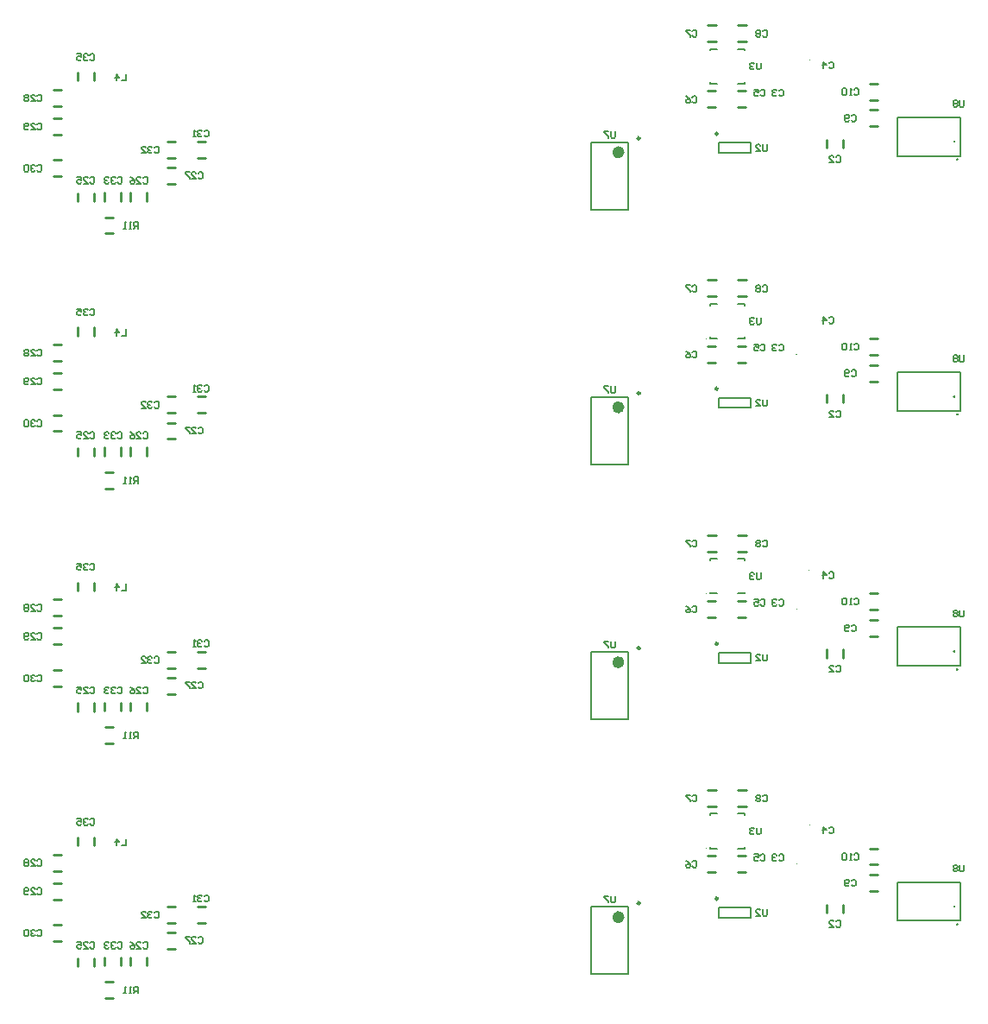
<source format=gbo>
G04*
G04 #@! TF.GenerationSoftware,Altium Limited,Altium Designer,21.0.9 (235)*
G04*
G04 Layer_Color=32896*
%FSLAX44Y44*%
%MOMM*%
G71*
G04*
G04 #@! TF.SameCoordinates,010FA0BD-CCEB-4461-B68A-2F08C8EAF3F4*
G04*
G04*
G04 #@! TF.FilePolarity,Positive*
G04*
G01*
G75*
%ADD10C,0.2000*%
%ADD11C,0.2540*%
%ADD47C,0.1270*%
%ADD71C,0.1000*%
%ADD72C,0.2500*%
%ADD127C,0.6000*%
D10*
X895500Y303543D02*
Y369543D01*
X858500Y303542D02*
Y369543D01*
X895500D01*
X858500Y303542D02*
X895500Y303543D01*
X984500Y359000D02*
Y369000D01*
X1015500Y359000D02*
Y369000D01*
X984500D02*
X1015500D01*
X984500Y359000D02*
X1015500D01*
X975650Y427000D02*
Y428500D01*
Y459500D02*
X975650Y461000D01*
X1009650Y427000D02*
Y428500D01*
Y459500D02*
Y461000D01*
X975650Y427000D02*
X982200Y427000D01*
X1003100Y427000D02*
X1009650Y427000D01*
X975650Y461000D02*
X982200D01*
X1003100D02*
X1009650D01*
X1207000Y394000D02*
X1221000D01*
X1159100Y386900D02*
Y394000D01*
Y356000D02*
Y386900D01*
X1221000Y356000D02*
Y394000D01*
X1159100D02*
X1207000D01*
X1159100Y356000D02*
X1221000D01*
X895500Y553543D02*
Y619543D01*
X858500Y553543D02*
Y619543D01*
X895500D01*
X858500Y553543D02*
X895500Y553543D01*
X984500Y609000D02*
Y619000D01*
X1015500Y609000D02*
Y619000D01*
X984500D02*
X1015500D01*
X984500Y609000D02*
X1015500D01*
X975650Y677000D02*
Y678500D01*
Y709500D02*
X975650Y711000D01*
X1009650Y677000D02*
Y678500D01*
Y709500D02*
Y711000D01*
X975650Y677000D02*
X982200Y677000D01*
X1003100Y677000D02*
X1009650Y677000D01*
X975650Y711000D02*
X982200D01*
X1003100D02*
X1009650D01*
X1207000Y644000D02*
X1221000D01*
X1159100Y636900D02*
Y644000D01*
Y606000D02*
Y636900D01*
X1221000Y606000D02*
Y644000D01*
X1159100D02*
X1207000D01*
X1159100Y606000D02*
X1221000D01*
X895500Y803543D02*
Y869543D01*
X858500Y803543D02*
Y869543D01*
X895500D01*
X858500Y803543D02*
X895500Y803543D01*
X984500Y859000D02*
Y869000D01*
X1015500Y859000D02*
Y869000D01*
X984500D02*
X1015500D01*
X984500Y859000D02*
X1015500D01*
X975650Y927000D02*
Y928500D01*
Y959500D02*
X975650Y961000D01*
X1009650Y927000D02*
Y928500D01*
Y959500D02*
Y961000D01*
X975650Y927000D02*
X982200Y927000D01*
X1003100Y927000D02*
X1009650Y927000D01*
X975650Y961000D02*
X982200D01*
X1003100D02*
X1009650D01*
X1207000Y894000D02*
X1221000D01*
X1159100Y886900D02*
Y894000D01*
Y856000D02*
Y886900D01*
X1221000Y856000D02*
Y894000D01*
X1159100D02*
X1207000D01*
X1159100Y856000D02*
X1221000D01*
X895500Y1053543D02*
Y1119543D01*
X858500Y1053543D02*
Y1119543D01*
X895500D01*
X858500Y1053543D02*
X895500Y1053543D01*
X984500Y1109000D02*
Y1119000D01*
X1015500Y1109000D02*
Y1119000D01*
X984500D02*
X1015500D01*
X984500Y1109000D02*
X1015500D01*
X975650Y1177000D02*
Y1178500D01*
Y1209500D02*
X975650Y1211000D01*
X1009650Y1177000D02*
Y1178500D01*
Y1209500D02*
Y1211000D01*
X975650Y1177000D02*
X982200Y1177000D01*
X1003100Y1177000D02*
X1009650Y1177000D01*
X975650Y1211000D02*
X982200D01*
X1003100D02*
X1009650D01*
X1207000Y1144000D02*
X1221000D01*
X1159100Y1136900D02*
Y1144000D01*
Y1106000D02*
Y1136900D01*
X1221000Y1106000D02*
Y1144000D01*
X1159100D02*
X1207000D01*
X1159100Y1106000D02*
X1221000D01*
D11*
X1218100Y352500D02*
G03*
X1218100Y352500I-100J0D01*
G01*
X1215100Y370000D02*
G03*
X1215100Y370000I-100J0D01*
G01*
X371000Y429793D02*
Y437793D01*
X355000Y429793D02*
Y437793D01*
Y311500D02*
Y319500D01*
X371000Y311500D02*
Y319500D01*
X397000Y312000D02*
Y320000D01*
X381000Y312000D02*
Y320000D01*
X406543Y312000D02*
Y320000D01*
X422543Y312000D02*
Y320000D01*
X1132000Y411000D02*
X1140000D01*
X1132000Y427000D02*
X1140000D01*
X1090000Y364000D02*
Y372000D01*
X1106000Y364000D02*
Y372000D01*
X1132000Y401000D02*
X1140000D01*
X1132000Y385000D02*
X1140000D01*
X1002543Y419707D02*
X1010543Y419707D01*
X1002543Y403708D02*
X1010543D01*
X973000Y403708D02*
X981000Y403708D01*
X973000Y419707D02*
X981000D01*
X1003000Y484293D02*
X1011000D01*
X1003000Y468293D02*
X1011000Y468293D01*
X973457D02*
X981457Y468293D01*
X973457Y484293D02*
X981457D01*
X382000Y295958D02*
X390000D01*
X382000Y279958D02*
X390000D01*
X331000Y377000D02*
X339000D01*
X331000Y393000D02*
X339000Y393000D01*
X331000Y336000D02*
X339000D01*
X331000Y352000D02*
X339000D01*
X472543Y370000D02*
X480543D01*
X472543Y354000D02*
X480543D01*
X443000D02*
X451000D01*
X443000Y370000D02*
X451000D01*
X443000Y344458D02*
X451000D01*
X443000Y328458D02*
X451000D01*
X331000Y405000D02*
X339000D01*
X331000Y421000D02*
X339000D01*
X1218100Y602500D02*
G03*
X1218100Y602500I-100J0D01*
G01*
X1215100Y620000D02*
G03*
X1215100Y620000I-100J0D01*
G01*
X371000Y679793D02*
Y687793D01*
X355000Y679793D02*
Y687793D01*
Y561500D02*
Y569500D01*
X371000Y561500D02*
Y569500D01*
X397000Y562000D02*
Y570000D01*
X381000Y562000D02*
Y570000D01*
X406543Y562000D02*
Y570000D01*
X422543Y562000D02*
Y570000D01*
X1132000Y661000D02*
X1140000D01*
X1132000Y677000D02*
X1140000D01*
X1090000Y614000D02*
Y622000D01*
X1106000Y614000D02*
Y622000D01*
X1132000Y651000D02*
X1140000D01*
X1132000Y635000D02*
X1140000D01*
X1002543Y669708D02*
X1010543Y669708D01*
X1002543Y653708D02*
X1010543D01*
X973000Y653708D02*
X981000Y653708D01*
X973000Y669708D02*
X981000D01*
X1003000Y734293D02*
X1011000D01*
X1003000Y718293D02*
X1011000Y718293D01*
X973457D02*
X981457Y718293D01*
X973457Y734293D02*
X981457D01*
X382000Y545958D02*
X390000D01*
X382000Y529958D02*
X390000D01*
X331000Y627000D02*
X339000D01*
X331000Y643000D02*
X339000Y643000D01*
X331000Y586000D02*
X339000D01*
X331000Y602000D02*
X339000D01*
X472543Y620000D02*
X480543D01*
X472543Y604000D02*
X480543D01*
X443000D02*
X451000D01*
X443000Y620000D02*
X451000D01*
X443000Y594458D02*
X451000D01*
X443000Y578458D02*
X451000D01*
X331000Y655000D02*
X339000D01*
X331000Y671000D02*
X339000D01*
X1218100Y852500D02*
G03*
X1218100Y852500I-100J0D01*
G01*
X1215100Y870000D02*
G03*
X1215100Y870000I-100J0D01*
G01*
X371000Y929793D02*
Y937793D01*
X355000Y929793D02*
Y937793D01*
Y811500D02*
Y819500D01*
X371000Y811500D02*
Y819500D01*
X397000Y812000D02*
Y820000D01*
X381000Y812000D02*
Y820000D01*
X406543Y812000D02*
Y820000D01*
X422543Y812000D02*
Y820000D01*
X1132000Y911000D02*
X1140000D01*
X1132000Y927000D02*
X1140000D01*
X1090000Y864000D02*
Y872000D01*
X1106000Y864000D02*
Y872000D01*
X1132000Y901000D02*
X1140000D01*
X1132000Y885000D02*
X1140000D01*
X1002543Y919708D02*
X1010543Y919708D01*
X1002543Y903708D02*
X1010543D01*
X973000Y903708D02*
X981000Y903708D01*
X973000Y919708D02*
X981000D01*
X1003000Y984293D02*
X1011000D01*
X1003000Y968293D02*
X1011000Y968293D01*
X973457D02*
X981457Y968293D01*
X973457Y984293D02*
X981457D01*
X382000Y795958D02*
X390000D01*
X382000Y779958D02*
X390000D01*
X331000Y877000D02*
X339000D01*
X331000Y893000D02*
X339000Y893000D01*
X331000Y836000D02*
X339000D01*
X331000Y852000D02*
X339000D01*
X472543Y870000D02*
X480543D01*
X472543Y854000D02*
X480543D01*
X443000D02*
X451000D01*
X443000Y870000D02*
X451000D01*
X443000Y844458D02*
X451000D01*
X443000Y828458D02*
X451000D01*
X331000Y905000D02*
X339000D01*
X331000Y921000D02*
X339000D01*
X1218100Y1102500D02*
G03*
X1218100Y1102500I-100J0D01*
G01*
X1215100Y1120000D02*
G03*
X1215100Y1120000I-100J0D01*
G01*
X371000Y1179793D02*
Y1187793D01*
X355000Y1179793D02*
Y1187793D01*
Y1061500D02*
Y1069500D01*
X371000Y1061500D02*
Y1069500D01*
X397000Y1062000D02*
Y1070000D01*
X381000Y1062000D02*
Y1070000D01*
X406543Y1062000D02*
Y1070000D01*
X422543Y1062000D02*
Y1070000D01*
X1132000Y1161000D02*
X1140000D01*
X1132000Y1177000D02*
X1140000D01*
X1090000Y1114000D02*
Y1122000D01*
X1106000Y1114000D02*
Y1122000D01*
X1132000Y1151000D02*
X1140000D01*
X1132000Y1135000D02*
X1140000D01*
X1002543Y1169708D02*
X1010543Y1169708D01*
X1002543Y1153708D02*
X1010543D01*
X973000Y1153708D02*
X981000Y1153708D01*
X973000Y1169708D02*
X981000D01*
X1003000Y1234293D02*
X1011000D01*
X1003000Y1218293D02*
X1011000Y1218293D01*
X973457D02*
X981457Y1218293D01*
X973457Y1234293D02*
X981457D01*
X382000Y1045958D02*
X390000D01*
X382000Y1029958D02*
X390000D01*
X331000Y1127000D02*
X339000D01*
X331000Y1143000D02*
X339000Y1143000D01*
X331000Y1086000D02*
X339000D01*
X331000Y1102000D02*
X339000D01*
X472543Y1120000D02*
X480543D01*
X472543Y1104000D02*
X480543D01*
X443000D02*
X451000D01*
X443000Y1120000D02*
X451000D01*
X443000Y1094458D02*
X451000D01*
X443000Y1078458D02*
X451000D01*
X331000Y1155000D02*
X339000D01*
X331000Y1171000D02*
X339000D01*
D47*
X1224724Y410652D02*
Y405362D01*
X1223666Y404304D01*
X1221550D01*
X1220492Y405362D01*
Y410652D01*
X1218376Y409594D02*
X1217318Y410652D01*
X1215202D01*
X1214144Y409594D01*
Y408536D01*
X1215202Y407478D01*
X1214144Y406420D01*
Y405362D01*
X1215202Y404304D01*
X1217318D01*
X1218376Y405362D01*
Y406420D01*
X1217318Y407478D01*
X1218376Y408536D01*
Y409594D01*
X1217318Y407478D02*
X1215202D01*
X882290Y380174D02*
Y374884D01*
X881232Y373826D01*
X879116D01*
X878058Y374884D01*
Y380174D01*
X875942D02*
X871710D01*
Y379116D01*
X875942Y374884D01*
Y373826D01*
X1025290Y447174D02*
Y441884D01*
X1024232Y440826D01*
X1022116D01*
X1021058Y441884D01*
Y447174D01*
X1018942Y446116D02*
X1017884Y447174D01*
X1015768D01*
X1014710Y446116D01*
Y445058D01*
X1015768Y444000D01*
X1016826D01*
X1015768D01*
X1014710Y442942D01*
Y441884D01*
X1015768Y440826D01*
X1017884D01*
X1018942Y441884D01*
X1031290Y367174D02*
Y361884D01*
X1030232Y360826D01*
X1028116D01*
X1027058Y361884D01*
Y367174D01*
X1020710Y360826D02*
X1024942D01*
X1020710Y365058D01*
Y366116D01*
X1021768Y367174D01*
X1023884D01*
X1024942Y366116D01*
X413877Y284826D02*
Y291174D01*
X410703D01*
X409645Y290116D01*
Y288000D01*
X410703Y286942D01*
X413877D01*
X411761D02*
X409645Y284826D01*
X407529D02*
X405413D01*
X406471D01*
Y291174D01*
X407529Y290116D01*
X402239Y284826D02*
X400123D01*
X401181D01*
Y291174D01*
X402239Y290116D01*
X402290Y436174D02*
Y429826D01*
X398058D01*
X392768D02*
Y436174D01*
X395942Y433000D01*
X391710D01*
X367232Y455116D02*
X368290Y456174D01*
X370406D01*
X371464Y455116D01*
Y450884D01*
X370406Y449826D01*
X368290D01*
X367232Y450884D01*
X365116Y455116D02*
X364058Y456174D01*
X361942D01*
X360884Y455116D01*
Y454058D01*
X361942Y453000D01*
X363000D01*
X361942D01*
X360884Y451942D01*
Y450884D01*
X361942Y449826D01*
X364058D01*
X365116Y450884D01*
X354536Y456174D02*
X358768D01*
Y453000D01*
X356652Y454058D01*
X355594D01*
X354536Y453000D01*
Y450884D01*
X355594Y449826D01*
X357710D01*
X358768Y450884D01*
X394232Y334116D02*
X395290Y335174D01*
X397406D01*
X398464Y334116D01*
Y329884D01*
X397406Y328826D01*
X395290D01*
X394232Y329884D01*
X392116Y334116D02*
X391058Y335174D01*
X388942D01*
X387884Y334116D01*
Y333058D01*
X388942Y332000D01*
X390000D01*
X388942D01*
X387884Y330942D01*
Y329884D01*
X388942Y328826D01*
X391058D01*
X392116Y329884D01*
X385768Y334116D02*
X384710Y335174D01*
X382594D01*
X381536Y334116D01*
Y333058D01*
X382594Y332000D01*
X383652D01*
X382594D01*
X381536Y330942D01*
Y329884D01*
X382594Y328826D01*
X384710D01*
X385768Y329884D01*
X430232Y364116D02*
X431290Y365174D01*
X433406D01*
X434464Y364116D01*
Y359884D01*
X433406Y358826D01*
X431290D01*
X430232Y359884D01*
X428116Y364116D02*
X427058Y365174D01*
X424942D01*
X423884Y364116D01*
Y363058D01*
X424942Y362000D01*
X426000D01*
X424942D01*
X423884Y360942D01*
Y359884D01*
X424942Y358826D01*
X427058D01*
X428116Y359884D01*
X417536Y358826D02*
X421768D01*
X417536Y363058D01*
Y364116D01*
X418594Y365174D01*
X420710D01*
X421768Y364116D01*
X479174Y380116D02*
X480232Y381174D01*
X482348D01*
X483406Y380116D01*
Y375884D01*
X482348Y374826D01*
X480232D01*
X479174Y375884D01*
X477058Y380116D02*
X476000Y381174D01*
X473884D01*
X472826Y380116D01*
Y379058D01*
X473884Y378000D01*
X474942D01*
X473884D01*
X472826Y376942D01*
Y375884D01*
X473884Y374826D01*
X476000D01*
X477058Y375884D01*
X470710Y374826D02*
X468594D01*
X469652D01*
Y381174D01*
X470710Y380116D01*
X315232Y346116D02*
X316290Y347174D01*
X318406D01*
X319464Y346116D01*
Y341884D01*
X318406Y340826D01*
X316290D01*
X315232Y341884D01*
X313116Y346116D02*
X312058Y347174D01*
X309942D01*
X308884Y346116D01*
Y345058D01*
X309942Y344000D01*
X311000D01*
X309942D01*
X308884Y342942D01*
Y341884D01*
X309942Y340826D01*
X312058D01*
X313116Y341884D01*
X306768Y346116D02*
X305710Y347174D01*
X303594D01*
X302536Y346116D01*
Y341884D01*
X303594Y340826D01*
X305710D01*
X306768Y341884D01*
Y346116D01*
X315232Y387116D02*
X316290Y388174D01*
X318406D01*
X319464Y387116D01*
Y382884D01*
X318406Y381826D01*
X316290D01*
X315232Y382884D01*
X308884Y381826D02*
X313116D01*
X308884Y386058D01*
Y387116D01*
X309942Y388174D01*
X312058D01*
X313116Y387116D01*
X306768Y382884D02*
X305710Y381826D01*
X303594D01*
X302536Y382884D01*
Y387116D01*
X303594Y388174D01*
X305710D01*
X306768Y387116D01*
Y386058D01*
X305710Y385000D01*
X302536D01*
X315232Y415116D02*
X316290Y416174D01*
X318406D01*
X319464Y415116D01*
Y410884D01*
X318406Y409826D01*
X316290D01*
X315232Y410884D01*
X308884Y409826D02*
X313116D01*
X308884Y414058D01*
Y415116D01*
X309942Y416174D01*
X312058D01*
X313116Y415116D01*
X306768D02*
X305710Y416174D01*
X303594D01*
X302536Y415116D01*
Y414058D01*
X303594Y413000D01*
X302536Y411942D01*
Y410884D01*
X303594Y409826D01*
X305710D01*
X306768Y410884D01*
Y411942D01*
X305710Y413000D01*
X306768Y414058D01*
Y415116D01*
X305710Y413000D02*
X303594D01*
X473232Y339116D02*
X474290Y340174D01*
X476406D01*
X477464Y339116D01*
Y334884D01*
X476406Y333826D01*
X474290D01*
X473232Y334884D01*
X466884Y333826D02*
X471116D01*
X466884Y338058D01*
Y339116D01*
X467942Y340174D01*
X470058D01*
X471116Y339116D01*
X464768Y340174D02*
X460536D01*
Y339116D01*
X464768Y334884D01*
Y333826D01*
X419232Y334116D02*
X420290Y335174D01*
X422406D01*
X423464Y334116D01*
Y329884D01*
X422406Y328826D01*
X420290D01*
X419232Y329884D01*
X412884Y328826D02*
X417116D01*
X412884Y333058D01*
Y334116D01*
X413942Y335174D01*
X416058D01*
X417116Y334116D01*
X406536Y335174D02*
X408652Y334116D01*
X410768Y332000D01*
Y329884D01*
X409710Y328826D01*
X407594D01*
X406536Y329884D01*
Y330942D01*
X407594Y332000D01*
X410768D01*
X367232Y334116D02*
X368290Y335174D01*
X370406D01*
X371464Y334116D01*
Y329884D01*
X370406Y328826D01*
X368290D01*
X367232Y329884D01*
X360884Y328826D02*
X365116D01*
X360884Y333058D01*
Y334116D01*
X361942Y335174D01*
X364058D01*
X365116Y334116D01*
X354536Y335174D02*
X358768D01*
Y332000D01*
X356652Y333058D01*
X355594D01*
X354536Y332000D01*
Y329884D01*
X355594Y328826D01*
X357710D01*
X358768Y329884D01*
X1116703Y421116D02*
X1117761Y422174D01*
X1119877D01*
X1120935Y421116D01*
Y416884D01*
X1119877Y415826D01*
X1117761D01*
X1116703Y416884D01*
X1114587Y415826D02*
X1112471D01*
X1113529D01*
Y422174D01*
X1114587Y421116D01*
X1109297D02*
X1108239Y422174D01*
X1106123D01*
X1105065Y421116D01*
Y416884D01*
X1106123Y415826D01*
X1108239D01*
X1109297Y416884D01*
Y421116D01*
X1114058Y395116D02*
X1115116Y396174D01*
X1117232D01*
X1118290Y395116D01*
Y390884D01*
X1117232Y389826D01*
X1115116D01*
X1114058Y390884D01*
X1111942D02*
X1110884Y389826D01*
X1108768D01*
X1107710Y390884D01*
Y395116D01*
X1108768Y396174D01*
X1110884D01*
X1111942Y395116D01*
Y394058D01*
X1110884Y393000D01*
X1107710D01*
X1027058Y478116D02*
X1028116Y479174D01*
X1030232D01*
X1031290Y478116D01*
Y473884D01*
X1030232Y472826D01*
X1028116D01*
X1027058Y473884D01*
X1024942Y478116D02*
X1023884Y479174D01*
X1021768D01*
X1020710Y478116D01*
Y477058D01*
X1021768Y476000D01*
X1020710Y474942D01*
Y473884D01*
X1021768Y472826D01*
X1023884D01*
X1024942Y473884D01*
Y474942D01*
X1023884Y476000D01*
X1024942Y477058D01*
Y478116D01*
X1023884Y476000D02*
X1021768D01*
X958058Y478116D02*
X959116Y479174D01*
X961232D01*
X962290Y478116D01*
Y473884D01*
X961232Y472826D01*
X959116D01*
X958058Y473884D01*
X955942Y479174D02*
X951710D01*
Y478116D01*
X955942Y473884D01*
Y472826D01*
X958058Y413531D02*
X959116Y414589D01*
X961232D01*
X962290Y413531D01*
Y409299D01*
X961232Y408241D01*
X959116D01*
X958058Y409299D01*
X951710Y414589D02*
X953826Y413531D01*
X955942Y411415D01*
Y409299D01*
X954884Y408241D01*
X952768D01*
X951710Y409299D01*
Y410357D01*
X952768Y411415D01*
X955942D01*
X1025058Y420116D02*
X1026116Y421174D01*
X1028232D01*
X1029290Y420116D01*
Y415884D01*
X1028232Y414826D01*
X1026116D01*
X1025058Y415884D01*
X1018710Y421174D02*
X1022942D01*
Y418000D01*
X1020826Y419058D01*
X1019768D01*
X1018710Y418000D01*
Y415884D01*
X1019768Y414826D01*
X1021884D01*
X1022942Y415884D01*
X1092058Y447116D02*
X1093116Y448174D01*
X1095232D01*
X1096290Y447116D01*
Y442884D01*
X1095232Y441826D01*
X1093116D01*
X1092058Y442884D01*
X1086768Y441826D02*
Y448174D01*
X1089942Y445000D01*
X1085710D01*
X1043058Y420116D02*
X1044116Y421174D01*
X1046232D01*
X1047290Y420116D01*
Y415884D01*
X1046232Y414826D01*
X1044116D01*
X1043058Y415884D01*
X1040942Y420116D02*
X1039884Y421174D01*
X1037768D01*
X1036710Y420116D01*
Y419058D01*
X1037768Y418000D01*
X1038826D01*
X1037768D01*
X1036710Y416942D01*
Y415884D01*
X1037768Y414826D01*
X1039884D01*
X1040942Y415884D01*
X1099058Y355116D02*
X1100116Y356174D01*
X1102232D01*
X1103290Y355116D01*
Y350884D01*
X1102232Y349826D01*
X1100116D01*
X1099058Y350884D01*
X1092710Y349826D02*
X1096942D01*
X1092710Y354058D01*
Y355116D01*
X1093768Y356174D01*
X1095884D01*
X1096942Y355116D01*
X1224724Y660652D02*
Y655362D01*
X1223666Y654304D01*
X1221550D01*
X1220492Y655362D01*
Y660652D01*
X1218376Y659594D02*
X1217318Y660652D01*
X1215202D01*
X1214144Y659594D01*
Y658536D01*
X1215202Y657478D01*
X1214144Y656420D01*
Y655362D01*
X1215202Y654304D01*
X1217318D01*
X1218376Y655362D01*
Y656420D01*
X1217318Y657478D01*
X1218376Y658536D01*
Y659594D01*
X1217318Y657478D02*
X1215202D01*
X882290Y630174D02*
Y624884D01*
X881232Y623826D01*
X879116D01*
X878058Y624884D01*
Y630174D01*
X875942D02*
X871710D01*
Y629116D01*
X875942Y624884D01*
Y623826D01*
X1025290Y697174D02*
Y691884D01*
X1024232Y690826D01*
X1022116D01*
X1021058Y691884D01*
Y697174D01*
X1018942Y696116D02*
X1017884Y697174D01*
X1015768D01*
X1014710Y696116D01*
Y695058D01*
X1015768Y694000D01*
X1016826D01*
X1015768D01*
X1014710Y692942D01*
Y691884D01*
X1015768Y690826D01*
X1017884D01*
X1018942Y691884D01*
X1031290Y617174D02*
Y611884D01*
X1030232Y610826D01*
X1028116D01*
X1027058Y611884D01*
Y617174D01*
X1020710Y610826D02*
X1024942D01*
X1020710Y615058D01*
Y616116D01*
X1021768Y617174D01*
X1023884D01*
X1024942Y616116D01*
X413877Y534826D02*
Y541174D01*
X410703D01*
X409645Y540116D01*
Y538000D01*
X410703Y536942D01*
X413877D01*
X411761D02*
X409645Y534826D01*
X407529D02*
X405413D01*
X406471D01*
Y541174D01*
X407529Y540116D01*
X402239Y534826D02*
X400123D01*
X401181D01*
Y541174D01*
X402239Y540116D01*
X402290Y686174D02*
Y679826D01*
X398058D01*
X392768D02*
Y686174D01*
X395942Y683000D01*
X391710D01*
X367232Y705116D02*
X368290Y706174D01*
X370406D01*
X371464Y705116D01*
Y700884D01*
X370406Y699826D01*
X368290D01*
X367232Y700884D01*
X365116Y705116D02*
X364058Y706174D01*
X361942D01*
X360884Y705116D01*
Y704058D01*
X361942Y703000D01*
X363000D01*
X361942D01*
X360884Y701942D01*
Y700884D01*
X361942Y699826D01*
X364058D01*
X365116Y700884D01*
X354536Y706174D02*
X358768D01*
Y703000D01*
X356652Y704058D01*
X355594D01*
X354536Y703000D01*
Y700884D01*
X355594Y699826D01*
X357710D01*
X358768Y700884D01*
X394232Y584116D02*
X395290Y585174D01*
X397406D01*
X398464Y584116D01*
Y579884D01*
X397406Y578826D01*
X395290D01*
X394232Y579884D01*
X392116Y584116D02*
X391058Y585174D01*
X388942D01*
X387884Y584116D01*
Y583058D01*
X388942Y582000D01*
X390000D01*
X388942D01*
X387884Y580942D01*
Y579884D01*
X388942Y578826D01*
X391058D01*
X392116Y579884D01*
X385768Y584116D02*
X384710Y585174D01*
X382594D01*
X381536Y584116D01*
Y583058D01*
X382594Y582000D01*
X383652D01*
X382594D01*
X381536Y580942D01*
Y579884D01*
X382594Y578826D01*
X384710D01*
X385768Y579884D01*
X430232Y614116D02*
X431290Y615174D01*
X433406D01*
X434464Y614116D01*
Y609884D01*
X433406Y608826D01*
X431290D01*
X430232Y609884D01*
X428116Y614116D02*
X427058Y615174D01*
X424942D01*
X423884Y614116D01*
Y613058D01*
X424942Y612000D01*
X426000D01*
X424942D01*
X423884Y610942D01*
Y609884D01*
X424942Y608826D01*
X427058D01*
X428116Y609884D01*
X417536Y608826D02*
X421768D01*
X417536Y613058D01*
Y614116D01*
X418594Y615174D01*
X420710D01*
X421768Y614116D01*
X479174Y630116D02*
X480232Y631174D01*
X482348D01*
X483406Y630116D01*
Y625884D01*
X482348Y624826D01*
X480232D01*
X479174Y625884D01*
X477058Y630116D02*
X476000Y631174D01*
X473884D01*
X472826Y630116D01*
Y629058D01*
X473884Y628000D01*
X474942D01*
X473884D01*
X472826Y626942D01*
Y625884D01*
X473884Y624826D01*
X476000D01*
X477058Y625884D01*
X470710Y624826D02*
X468594D01*
X469652D01*
Y631174D01*
X470710Y630116D01*
X315232Y596116D02*
X316290Y597174D01*
X318406D01*
X319464Y596116D01*
Y591884D01*
X318406Y590826D01*
X316290D01*
X315232Y591884D01*
X313116Y596116D02*
X312058Y597174D01*
X309942D01*
X308884Y596116D01*
Y595058D01*
X309942Y594000D01*
X311000D01*
X309942D01*
X308884Y592942D01*
Y591884D01*
X309942Y590826D01*
X312058D01*
X313116Y591884D01*
X306768Y596116D02*
X305710Y597174D01*
X303594D01*
X302536Y596116D01*
Y591884D01*
X303594Y590826D01*
X305710D01*
X306768Y591884D01*
Y596116D01*
X315232Y637116D02*
X316290Y638174D01*
X318406D01*
X319464Y637116D01*
Y632884D01*
X318406Y631826D01*
X316290D01*
X315232Y632884D01*
X308884Y631826D02*
X313116D01*
X308884Y636058D01*
Y637116D01*
X309942Y638174D01*
X312058D01*
X313116Y637116D01*
X306768Y632884D02*
X305710Y631826D01*
X303594D01*
X302536Y632884D01*
Y637116D01*
X303594Y638174D01*
X305710D01*
X306768Y637116D01*
Y636058D01*
X305710Y635000D01*
X302536D01*
X315232Y665116D02*
X316290Y666174D01*
X318406D01*
X319464Y665116D01*
Y660884D01*
X318406Y659826D01*
X316290D01*
X315232Y660884D01*
X308884Y659826D02*
X313116D01*
X308884Y664058D01*
Y665116D01*
X309942Y666174D01*
X312058D01*
X313116Y665116D01*
X306768D02*
X305710Y666174D01*
X303594D01*
X302536Y665116D01*
Y664058D01*
X303594Y663000D01*
X302536Y661942D01*
Y660884D01*
X303594Y659826D01*
X305710D01*
X306768Y660884D01*
Y661942D01*
X305710Y663000D01*
X306768Y664058D01*
Y665116D01*
X305710Y663000D02*
X303594D01*
X473232Y589116D02*
X474290Y590174D01*
X476406D01*
X477464Y589116D01*
Y584884D01*
X476406Y583826D01*
X474290D01*
X473232Y584884D01*
X466884Y583826D02*
X471116D01*
X466884Y588058D01*
Y589116D01*
X467942Y590174D01*
X470058D01*
X471116Y589116D01*
X464768Y590174D02*
X460536D01*
Y589116D01*
X464768Y584884D01*
Y583826D01*
X419232Y584116D02*
X420290Y585174D01*
X422406D01*
X423464Y584116D01*
Y579884D01*
X422406Y578826D01*
X420290D01*
X419232Y579884D01*
X412884Y578826D02*
X417116D01*
X412884Y583058D01*
Y584116D01*
X413942Y585174D01*
X416058D01*
X417116Y584116D01*
X406536Y585174D02*
X408652Y584116D01*
X410768Y582000D01*
Y579884D01*
X409710Y578826D01*
X407594D01*
X406536Y579884D01*
Y580942D01*
X407594Y582000D01*
X410768D01*
X367232Y584116D02*
X368290Y585174D01*
X370406D01*
X371464Y584116D01*
Y579884D01*
X370406Y578826D01*
X368290D01*
X367232Y579884D01*
X360884Y578826D02*
X365116D01*
X360884Y583058D01*
Y584116D01*
X361942Y585174D01*
X364058D01*
X365116Y584116D01*
X354536Y585174D02*
X358768D01*
Y582000D01*
X356652Y583058D01*
X355594D01*
X354536Y582000D01*
Y579884D01*
X355594Y578826D01*
X357710D01*
X358768Y579884D01*
X1116703Y671116D02*
X1117761Y672174D01*
X1119877D01*
X1120935Y671116D01*
Y666884D01*
X1119877Y665826D01*
X1117761D01*
X1116703Y666884D01*
X1114587Y665826D02*
X1112471D01*
X1113529D01*
Y672174D01*
X1114587Y671116D01*
X1109297D02*
X1108239Y672174D01*
X1106123D01*
X1105065Y671116D01*
Y666884D01*
X1106123Y665826D01*
X1108239D01*
X1109297Y666884D01*
Y671116D01*
X1114058Y645116D02*
X1115116Y646174D01*
X1117232D01*
X1118290Y645116D01*
Y640884D01*
X1117232Y639826D01*
X1115116D01*
X1114058Y640884D01*
X1111942D02*
X1110884Y639826D01*
X1108768D01*
X1107710Y640884D01*
Y645116D01*
X1108768Y646174D01*
X1110884D01*
X1111942Y645116D01*
Y644058D01*
X1110884Y643000D01*
X1107710D01*
X1027058Y728116D02*
X1028116Y729174D01*
X1030232D01*
X1031290Y728116D01*
Y723884D01*
X1030232Y722826D01*
X1028116D01*
X1027058Y723884D01*
X1024942Y728116D02*
X1023884Y729174D01*
X1021768D01*
X1020710Y728116D01*
Y727058D01*
X1021768Y726000D01*
X1020710Y724942D01*
Y723884D01*
X1021768Y722826D01*
X1023884D01*
X1024942Y723884D01*
Y724942D01*
X1023884Y726000D01*
X1024942Y727058D01*
Y728116D01*
X1023884Y726000D02*
X1021768D01*
X958058Y728116D02*
X959116Y729174D01*
X961232D01*
X962290Y728116D01*
Y723884D01*
X961232Y722826D01*
X959116D01*
X958058Y723884D01*
X955942Y729174D02*
X951710D01*
Y728116D01*
X955942Y723884D01*
Y722826D01*
X958058Y663531D02*
X959116Y664589D01*
X961232D01*
X962290Y663531D01*
Y659299D01*
X961232Y658241D01*
X959116D01*
X958058Y659299D01*
X951710Y664589D02*
X953826Y663531D01*
X955942Y661415D01*
Y659299D01*
X954884Y658241D01*
X952768D01*
X951710Y659299D01*
Y660357D01*
X952768Y661415D01*
X955942D01*
X1025058Y670116D02*
X1026116Y671174D01*
X1028232D01*
X1029290Y670116D01*
Y665884D01*
X1028232Y664826D01*
X1026116D01*
X1025058Y665884D01*
X1018710Y671174D02*
X1022942D01*
Y668000D01*
X1020826Y669058D01*
X1019768D01*
X1018710Y668000D01*
Y665884D01*
X1019768Y664826D01*
X1021884D01*
X1022942Y665884D01*
X1092058Y697116D02*
X1093116Y698174D01*
X1095232D01*
X1096290Y697116D01*
Y692884D01*
X1095232Y691826D01*
X1093116D01*
X1092058Y692884D01*
X1086768Y691826D02*
Y698174D01*
X1089942Y695000D01*
X1085710D01*
X1043058Y670116D02*
X1044116Y671174D01*
X1046232D01*
X1047290Y670116D01*
Y665884D01*
X1046232Y664826D01*
X1044116D01*
X1043058Y665884D01*
X1040942Y670116D02*
X1039884Y671174D01*
X1037768D01*
X1036710Y670116D01*
Y669058D01*
X1037768Y668000D01*
X1038826D01*
X1037768D01*
X1036710Y666942D01*
Y665884D01*
X1037768Y664826D01*
X1039884D01*
X1040942Y665884D01*
X1099058Y605116D02*
X1100116Y606174D01*
X1102232D01*
X1103290Y605116D01*
Y600884D01*
X1102232Y599826D01*
X1100116D01*
X1099058Y600884D01*
X1092710Y599826D02*
X1096942D01*
X1092710Y604058D01*
Y605116D01*
X1093768Y606174D01*
X1095884D01*
X1096942Y605116D01*
X1224724Y910652D02*
Y905362D01*
X1223666Y904304D01*
X1221550D01*
X1220492Y905362D01*
Y910652D01*
X1218376Y909594D02*
X1217318Y910652D01*
X1215202D01*
X1214144Y909594D01*
Y908536D01*
X1215202Y907478D01*
X1214144Y906420D01*
Y905362D01*
X1215202Y904304D01*
X1217318D01*
X1218376Y905362D01*
Y906420D01*
X1217318Y907478D01*
X1218376Y908536D01*
Y909594D01*
X1217318Y907478D02*
X1215202D01*
X882290Y880174D02*
Y874884D01*
X881232Y873826D01*
X879116D01*
X878058Y874884D01*
Y880174D01*
X875942D02*
X871710D01*
Y879116D01*
X875942Y874884D01*
Y873826D01*
X1025290Y947174D02*
Y941884D01*
X1024232Y940826D01*
X1022116D01*
X1021058Y941884D01*
Y947174D01*
X1018942Y946116D02*
X1017884Y947174D01*
X1015768D01*
X1014710Y946116D01*
Y945058D01*
X1015768Y944000D01*
X1016826D01*
X1015768D01*
X1014710Y942942D01*
Y941884D01*
X1015768Y940826D01*
X1017884D01*
X1018942Y941884D01*
X1031290Y867174D02*
Y861884D01*
X1030232Y860826D01*
X1028116D01*
X1027058Y861884D01*
Y867174D01*
X1020710Y860826D02*
X1024942D01*
X1020710Y865058D01*
Y866116D01*
X1021768Y867174D01*
X1023884D01*
X1024942Y866116D01*
X413877Y784826D02*
Y791174D01*
X410703D01*
X409645Y790116D01*
Y788000D01*
X410703Y786942D01*
X413877D01*
X411761D02*
X409645Y784826D01*
X407529D02*
X405413D01*
X406471D01*
Y791174D01*
X407529Y790116D01*
X402239Y784826D02*
X400123D01*
X401181D01*
Y791174D01*
X402239Y790116D01*
X402290Y936174D02*
Y929826D01*
X398058D01*
X392768D02*
Y936174D01*
X395942Y933000D01*
X391710D01*
X367232Y955116D02*
X368290Y956174D01*
X370406D01*
X371464Y955116D01*
Y950884D01*
X370406Y949826D01*
X368290D01*
X367232Y950884D01*
X365116Y955116D02*
X364058Y956174D01*
X361942D01*
X360884Y955116D01*
Y954058D01*
X361942Y953000D01*
X363000D01*
X361942D01*
X360884Y951942D01*
Y950884D01*
X361942Y949826D01*
X364058D01*
X365116Y950884D01*
X354536Y956174D02*
X358768D01*
Y953000D01*
X356652Y954058D01*
X355594D01*
X354536Y953000D01*
Y950884D01*
X355594Y949826D01*
X357710D01*
X358768Y950884D01*
X394232Y834116D02*
X395290Y835174D01*
X397406D01*
X398464Y834116D01*
Y829884D01*
X397406Y828826D01*
X395290D01*
X394232Y829884D01*
X392116Y834116D02*
X391058Y835174D01*
X388942D01*
X387884Y834116D01*
Y833058D01*
X388942Y832000D01*
X390000D01*
X388942D01*
X387884Y830942D01*
Y829884D01*
X388942Y828826D01*
X391058D01*
X392116Y829884D01*
X385768Y834116D02*
X384710Y835174D01*
X382594D01*
X381536Y834116D01*
Y833058D01*
X382594Y832000D01*
X383652D01*
X382594D01*
X381536Y830942D01*
Y829884D01*
X382594Y828826D01*
X384710D01*
X385768Y829884D01*
X430232Y864116D02*
X431290Y865174D01*
X433406D01*
X434464Y864116D01*
Y859884D01*
X433406Y858826D01*
X431290D01*
X430232Y859884D01*
X428116Y864116D02*
X427058Y865174D01*
X424942D01*
X423884Y864116D01*
Y863058D01*
X424942Y862000D01*
X426000D01*
X424942D01*
X423884Y860942D01*
Y859884D01*
X424942Y858826D01*
X427058D01*
X428116Y859884D01*
X417536Y858826D02*
X421768D01*
X417536Y863058D01*
Y864116D01*
X418594Y865174D01*
X420710D01*
X421768Y864116D01*
X479174Y880116D02*
X480232Y881174D01*
X482348D01*
X483406Y880116D01*
Y875884D01*
X482348Y874826D01*
X480232D01*
X479174Y875884D01*
X477058Y880116D02*
X476000Y881174D01*
X473884D01*
X472826Y880116D01*
Y879058D01*
X473884Y878000D01*
X474942D01*
X473884D01*
X472826Y876942D01*
Y875884D01*
X473884Y874826D01*
X476000D01*
X477058Y875884D01*
X470710Y874826D02*
X468594D01*
X469652D01*
Y881174D01*
X470710Y880116D01*
X315232Y846116D02*
X316290Y847174D01*
X318406D01*
X319464Y846116D01*
Y841884D01*
X318406Y840826D01*
X316290D01*
X315232Y841884D01*
X313116Y846116D02*
X312058Y847174D01*
X309942D01*
X308884Y846116D01*
Y845058D01*
X309942Y844000D01*
X311000D01*
X309942D01*
X308884Y842942D01*
Y841884D01*
X309942Y840826D01*
X312058D01*
X313116Y841884D01*
X306768Y846116D02*
X305710Y847174D01*
X303594D01*
X302536Y846116D01*
Y841884D01*
X303594Y840826D01*
X305710D01*
X306768Y841884D01*
Y846116D01*
X315232Y887116D02*
X316290Y888174D01*
X318406D01*
X319464Y887116D01*
Y882884D01*
X318406Y881826D01*
X316290D01*
X315232Y882884D01*
X308884Y881826D02*
X313116D01*
X308884Y886058D01*
Y887116D01*
X309942Y888174D01*
X312058D01*
X313116Y887116D01*
X306768Y882884D02*
X305710Y881826D01*
X303594D01*
X302536Y882884D01*
Y887116D01*
X303594Y888174D01*
X305710D01*
X306768Y887116D01*
Y886058D01*
X305710Y885000D01*
X302536D01*
X315232Y915116D02*
X316290Y916174D01*
X318406D01*
X319464Y915116D01*
Y910884D01*
X318406Y909826D01*
X316290D01*
X315232Y910884D01*
X308884Y909826D02*
X313116D01*
X308884Y914058D01*
Y915116D01*
X309942Y916174D01*
X312058D01*
X313116Y915116D01*
X306768D02*
X305710Y916174D01*
X303594D01*
X302536Y915116D01*
Y914058D01*
X303594Y913000D01*
X302536Y911942D01*
Y910884D01*
X303594Y909826D01*
X305710D01*
X306768Y910884D01*
Y911942D01*
X305710Y913000D01*
X306768Y914058D01*
Y915116D01*
X305710Y913000D02*
X303594D01*
X473232Y839116D02*
X474290Y840174D01*
X476406D01*
X477464Y839116D01*
Y834884D01*
X476406Y833826D01*
X474290D01*
X473232Y834884D01*
X466884Y833826D02*
X471116D01*
X466884Y838058D01*
Y839116D01*
X467942Y840174D01*
X470058D01*
X471116Y839116D01*
X464768Y840174D02*
X460536D01*
Y839116D01*
X464768Y834884D01*
Y833826D01*
X419232Y834116D02*
X420290Y835174D01*
X422406D01*
X423464Y834116D01*
Y829884D01*
X422406Y828826D01*
X420290D01*
X419232Y829884D01*
X412884Y828826D02*
X417116D01*
X412884Y833058D01*
Y834116D01*
X413942Y835174D01*
X416058D01*
X417116Y834116D01*
X406536Y835174D02*
X408652Y834116D01*
X410768Y832000D01*
Y829884D01*
X409710Y828826D01*
X407594D01*
X406536Y829884D01*
Y830942D01*
X407594Y832000D01*
X410768D01*
X367232Y834116D02*
X368290Y835174D01*
X370406D01*
X371464Y834116D01*
Y829884D01*
X370406Y828826D01*
X368290D01*
X367232Y829884D01*
X360884Y828826D02*
X365116D01*
X360884Y833058D01*
Y834116D01*
X361942Y835174D01*
X364058D01*
X365116Y834116D01*
X354536Y835174D02*
X358768D01*
Y832000D01*
X356652Y833058D01*
X355594D01*
X354536Y832000D01*
Y829884D01*
X355594Y828826D01*
X357710D01*
X358768Y829884D01*
X1116703Y921116D02*
X1117761Y922174D01*
X1119877D01*
X1120935Y921116D01*
Y916884D01*
X1119877Y915826D01*
X1117761D01*
X1116703Y916884D01*
X1114587Y915826D02*
X1112471D01*
X1113529D01*
Y922174D01*
X1114587Y921116D01*
X1109297D02*
X1108239Y922174D01*
X1106123D01*
X1105065Y921116D01*
Y916884D01*
X1106123Y915826D01*
X1108239D01*
X1109297Y916884D01*
Y921116D01*
X1114058Y895116D02*
X1115116Y896174D01*
X1117232D01*
X1118290Y895116D01*
Y890884D01*
X1117232Y889826D01*
X1115116D01*
X1114058Y890884D01*
X1111942D02*
X1110884Y889826D01*
X1108768D01*
X1107710Y890884D01*
Y895116D01*
X1108768Y896174D01*
X1110884D01*
X1111942Y895116D01*
Y894058D01*
X1110884Y893000D01*
X1107710D01*
X1027058Y978116D02*
X1028116Y979174D01*
X1030232D01*
X1031290Y978116D01*
Y973884D01*
X1030232Y972826D01*
X1028116D01*
X1027058Y973884D01*
X1024942Y978116D02*
X1023884Y979174D01*
X1021768D01*
X1020710Y978116D01*
Y977058D01*
X1021768Y976000D01*
X1020710Y974942D01*
Y973884D01*
X1021768Y972826D01*
X1023884D01*
X1024942Y973884D01*
Y974942D01*
X1023884Y976000D01*
X1024942Y977058D01*
Y978116D01*
X1023884Y976000D02*
X1021768D01*
X958058Y978116D02*
X959116Y979174D01*
X961232D01*
X962290Y978116D01*
Y973884D01*
X961232Y972826D01*
X959116D01*
X958058Y973884D01*
X955942Y979174D02*
X951710D01*
Y978116D01*
X955942Y973884D01*
Y972826D01*
X958058Y913531D02*
X959116Y914589D01*
X961232D01*
X962290Y913531D01*
Y909299D01*
X961232Y908241D01*
X959116D01*
X958058Y909299D01*
X951710Y914589D02*
X953826Y913531D01*
X955942Y911415D01*
Y909299D01*
X954884Y908241D01*
X952768D01*
X951710Y909299D01*
Y910357D01*
X952768Y911415D01*
X955942D01*
X1025058Y920116D02*
X1026116Y921174D01*
X1028232D01*
X1029290Y920116D01*
Y915884D01*
X1028232Y914826D01*
X1026116D01*
X1025058Y915884D01*
X1018710Y921174D02*
X1022942D01*
Y918000D01*
X1020826Y919058D01*
X1019768D01*
X1018710Y918000D01*
Y915884D01*
X1019768Y914826D01*
X1021884D01*
X1022942Y915884D01*
X1092058Y947116D02*
X1093116Y948174D01*
X1095232D01*
X1096290Y947116D01*
Y942884D01*
X1095232Y941826D01*
X1093116D01*
X1092058Y942884D01*
X1086768Y941826D02*
Y948174D01*
X1089942Y945000D01*
X1085710D01*
X1043058Y920116D02*
X1044116Y921174D01*
X1046232D01*
X1047290Y920116D01*
Y915884D01*
X1046232Y914826D01*
X1044116D01*
X1043058Y915884D01*
X1040942Y920116D02*
X1039884Y921174D01*
X1037768D01*
X1036710Y920116D01*
Y919058D01*
X1037768Y918000D01*
X1038826D01*
X1037768D01*
X1036710Y916942D01*
Y915884D01*
X1037768Y914826D01*
X1039884D01*
X1040942Y915884D01*
X1099058Y855116D02*
X1100116Y856174D01*
X1102232D01*
X1103290Y855116D01*
Y850884D01*
X1102232Y849826D01*
X1100116D01*
X1099058Y850884D01*
X1092710Y849826D02*
X1096942D01*
X1092710Y854058D01*
Y855116D01*
X1093768Y856174D01*
X1095884D01*
X1096942Y855116D01*
X1224724Y1160652D02*
Y1155362D01*
X1223666Y1154304D01*
X1221550D01*
X1220492Y1155362D01*
Y1160652D01*
X1218376Y1159594D02*
X1217318Y1160652D01*
X1215202D01*
X1214144Y1159594D01*
Y1158536D01*
X1215202Y1157478D01*
X1214144Y1156420D01*
Y1155362D01*
X1215202Y1154304D01*
X1217318D01*
X1218376Y1155362D01*
Y1156420D01*
X1217318Y1157478D01*
X1218376Y1158536D01*
Y1159594D01*
X1217318Y1157478D02*
X1215202D01*
X882290Y1130174D02*
Y1124884D01*
X881232Y1123826D01*
X879116D01*
X878058Y1124884D01*
Y1130174D01*
X875942D02*
X871710D01*
Y1129116D01*
X875942Y1124884D01*
Y1123826D01*
X1025290Y1197174D02*
Y1191884D01*
X1024232Y1190826D01*
X1022116D01*
X1021058Y1191884D01*
Y1197174D01*
X1018942Y1196116D02*
X1017884Y1197174D01*
X1015768D01*
X1014710Y1196116D01*
Y1195058D01*
X1015768Y1194000D01*
X1016826D01*
X1015768D01*
X1014710Y1192942D01*
Y1191884D01*
X1015768Y1190826D01*
X1017884D01*
X1018942Y1191884D01*
X1031290Y1117174D02*
Y1111884D01*
X1030232Y1110826D01*
X1028116D01*
X1027058Y1111884D01*
Y1117174D01*
X1020710Y1110826D02*
X1024942D01*
X1020710Y1115058D01*
Y1116116D01*
X1021768Y1117174D01*
X1023884D01*
X1024942Y1116116D01*
X413877Y1034826D02*
Y1041174D01*
X410703D01*
X409645Y1040116D01*
Y1038000D01*
X410703Y1036942D01*
X413877D01*
X411761D02*
X409645Y1034826D01*
X407529D02*
X405413D01*
X406471D01*
Y1041174D01*
X407529Y1040116D01*
X402239Y1034826D02*
X400123D01*
X401181D01*
Y1041174D01*
X402239Y1040116D01*
X402290Y1186174D02*
Y1179826D01*
X398058D01*
X392768D02*
Y1186174D01*
X395942Y1183000D01*
X391710D01*
X367232Y1205116D02*
X368290Y1206174D01*
X370406D01*
X371464Y1205116D01*
Y1200884D01*
X370406Y1199826D01*
X368290D01*
X367232Y1200884D01*
X365116Y1205116D02*
X364058Y1206174D01*
X361942D01*
X360884Y1205116D01*
Y1204058D01*
X361942Y1203000D01*
X363000D01*
X361942D01*
X360884Y1201942D01*
Y1200884D01*
X361942Y1199826D01*
X364058D01*
X365116Y1200884D01*
X354536Y1206174D02*
X358768D01*
Y1203000D01*
X356652Y1204058D01*
X355594D01*
X354536Y1203000D01*
Y1200884D01*
X355594Y1199826D01*
X357710D01*
X358768Y1200884D01*
X394232Y1084116D02*
X395290Y1085174D01*
X397406D01*
X398464Y1084116D01*
Y1079884D01*
X397406Y1078826D01*
X395290D01*
X394232Y1079884D01*
X392116Y1084116D02*
X391058Y1085174D01*
X388942D01*
X387884Y1084116D01*
Y1083058D01*
X388942Y1082000D01*
X390000D01*
X388942D01*
X387884Y1080942D01*
Y1079884D01*
X388942Y1078826D01*
X391058D01*
X392116Y1079884D01*
X385768Y1084116D02*
X384710Y1085174D01*
X382594D01*
X381536Y1084116D01*
Y1083058D01*
X382594Y1082000D01*
X383652D01*
X382594D01*
X381536Y1080942D01*
Y1079884D01*
X382594Y1078826D01*
X384710D01*
X385768Y1079884D01*
X430232Y1114116D02*
X431290Y1115174D01*
X433406D01*
X434464Y1114116D01*
Y1109884D01*
X433406Y1108826D01*
X431290D01*
X430232Y1109884D01*
X428116Y1114116D02*
X427058Y1115174D01*
X424942D01*
X423884Y1114116D01*
Y1113058D01*
X424942Y1112000D01*
X426000D01*
X424942D01*
X423884Y1110942D01*
Y1109884D01*
X424942Y1108826D01*
X427058D01*
X428116Y1109884D01*
X417536Y1108826D02*
X421768D01*
X417536Y1113058D01*
Y1114116D01*
X418594Y1115174D01*
X420710D01*
X421768Y1114116D01*
X479174Y1130116D02*
X480232Y1131174D01*
X482348D01*
X483406Y1130116D01*
Y1125884D01*
X482348Y1124826D01*
X480232D01*
X479174Y1125884D01*
X477058Y1130116D02*
X476000Y1131174D01*
X473884D01*
X472826Y1130116D01*
Y1129058D01*
X473884Y1128000D01*
X474942D01*
X473884D01*
X472826Y1126942D01*
Y1125884D01*
X473884Y1124826D01*
X476000D01*
X477058Y1125884D01*
X470710Y1124826D02*
X468594D01*
X469652D01*
Y1131174D01*
X470710Y1130116D01*
X315232Y1096116D02*
X316290Y1097174D01*
X318406D01*
X319464Y1096116D01*
Y1091884D01*
X318406Y1090826D01*
X316290D01*
X315232Y1091884D01*
X313116Y1096116D02*
X312058Y1097174D01*
X309942D01*
X308884Y1096116D01*
Y1095058D01*
X309942Y1094000D01*
X311000D01*
X309942D01*
X308884Y1092942D01*
Y1091884D01*
X309942Y1090826D01*
X312058D01*
X313116Y1091884D01*
X306768Y1096116D02*
X305710Y1097174D01*
X303594D01*
X302536Y1096116D01*
Y1091884D01*
X303594Y1090826D01*
X305710D01*
X306768Y1091884D01*
Y1096116D01*
X315232Y1137116D02*
X316290Y1138174D01*
X318406D01*
X319464Y1137116D01*
Y1132884D01*
X318406Y1131826D01*
X316290D01*
X315232Y1132884D01*
X308884Y1131826D02*
X313116D01*
X308884Y1136058D01*
Y1137116D01*
X309942Y1138174D01*
X312058D01*
X313116Y1137116D01*
X306768Y1132884D02*
X305710Y1131826D01*
X303594D01*
X302536Y1132884D01*
Y1137116D01*
X303594Y1138174D01*
X305710D01*
X306768Y1137116D01*
Y1136058D01*
X305710Y1135000D01*
X302536D01*
X315232Y1165116D02*
X316290Y1166174D01*
X318406D01*
X319464Y1165116D01*
Y1160884D01*
X318406Y1159826D01*
X316290D01*
X315232Y1160884D01*
X308884Y1159826D02*
X313116D01*
X308884Y1164058D01*
Y1165116D01*
X309942Y1166174D01*
X312058D01*
X313116Y1165116D01*
X306768D02*
X305710Y1166174D01*
X303594D01*
X302536Y1165116D01*
Y1164058D01*
X303594Y1163000D01*
X302536Y1161942D01*
Y1160884D01*
X303594Y1159826D01*
X305710D01*
X306768Y1160884D01*
Y1161942D01*
X305710Y1163000D01*
X306768Y1164058D01*
Y1165116D01*
X305710Y1163000D02*
X303594D01*
X473232Y1089116D02*
X474290Y1090174D01*
X476406D01*
X477464Y1089116D01*
Y1084884D01*
X476406Y1083826D01*
X474290D01*
X473232Y1084884D01*
X466884Y1083826D02*
X471116D01*
X466884Y1088058D01*
Y1089116D01*
X467942Y1090174D01*
X470058D01*
X471116Y1089116D01*
X464768Y1090174D02*
X460536D01*
Y1089116D01*
X464768Y1084884D01*
Y1083826D01*
X419232Y1084116D02*
X420290Y1085174D01*
X422406D01*
X423464Y1084116D01*
Y1079884D01*
X422406Y1078826D01*
X420290D01*
X419232Y1079884D01*
X412884Y1078826D02*
X417116D01*
X412884Y1083058D01*
Y1084116D01*
X413942Y1085174D01*
X416058D01*
X417116Y1084116D01*
X406536Y1085174D02*
X408652Y1084116D01*
X410768Y1082000D01*
Y1079884D01*
X409710Y1078826D01*
X407594D01*
X406536Y1079884D01*
Y1080942D01*
X407594Y1082000D01*
X410768D01*
X367232Y1084116D02*
X368290Y1085174D01*
X370406D01*
X371464Y1084116D01*
Y1079884D01*
X370406Y1078826D01*
X368290D01*
X367232Y1079884D01*
X360884Y1078826D02*
X365116D01*
X360884Y1083058D01*
Y1084116D01*
X361942Y1085174D01*
X364058D01*
X365116Y1084116D01*
X354536Y1085174D02*
X358768D01*
Y1082000D01*
X356652Y1083058D01*
X355594D01*
X354536Y1082000D01*
Y1079884D01*
X355594Y1078826D01*
X357710D01*
X358768Y1079884D01*
X1116703Y1171116D02*
X1117761Y1172174D01*
X1119877D01*
X1120935Y1171116D01*
Y1166884D01*
X1119877Y1165826D01*
X1117761D01*
X1116703Y1166884D01*
X1114587Y1165826D02*
X1112471D01*
X1113529D01*
Y1172174D01*
X1114587Y1171116D01*
X1109297D02*
X1108239Y1172174D01*
X1106123D01*
X1105065Y1171116D01*
Y1166884D01*
X1106123Y1165826D01*
X1108239D01*
X1109297Y1166884D01*
Y1171116D01*
X1114058Y1145116D02*
X1115116Y1146174D01*
X1117232D01*
X1118290Y1145116D01*
Y1140884D01*
X1117232Y1139826D01*
X1115116D01*
X1114058Y1140884D01*
X1111942D02*
X1110884Y1139826D01*
X1108768D01*
X1107710Y1140884D01*
Y1145116D01*
X1108768Y1146174D01*
X1110884D01*
X1111942Y1145116D01*
Y1144058D01*
X1110884Y1143000D01*
X1107710D01*
X1027058Y1228116D02*
X1028116Y1229174D01*
X1030232D01*
X1031290Y1228116D01*
Y1223884D01*
X1030232Y1222826D01*
X1028116D01*
X1027058Y1223884D01*
X1024942Y1228116D02*
X1023884Y1229174D01*
X1021768D01*
X1020710Y1228116D01*
Y1227058D01*
X1021768Y1226000D01*
X1020710Y1224942D01*
Y1223884D01*
X1021768Y1222826D01*
X1023884D01*
X1024942Y1223884D01*
Y1224942D01*
X1023884Y1226000D01*
X1024942Y1227058D01*
Y1228116D01*
X1023884Y1226000D02*
X1021768D01*
X958058Y1228116D02*
X959116Y1229174D01*
X961232D01*
X962290Y1228116D01*
Y1223884D01*
X961232Y1222826D01*
X959116D01*
X958058Y1223884D01*
X955942Y1229174D02*
X951710D01*
Y1228116D01*
X955942Y1223884D01*
Y1222826D01*
X958058Y1163531D02*
X959116Y1164589D01*
X961232D01*
X962290Y1163531D01*
Y1159299D01*
X961232Y1158241D01*
X959116D01*
X958058Y1159299D01*
X951710Y1164589D02*
X953826Y1163531D01*
X955942Y1161415D01*
Y1159299D01*
X954884Y1158241D01*
X952768D01*
X951710Y1159299D01*
Y1160357D01*
X952768Y1161415D01*
X955942D01*
X1025058Y1170116D02*
X1026116Y1171174D01*
X1028232D01*
X1029290Y1170116D01*
Y1165884D01*
X1028232Y1164826D01*
X1026116D01*
X1025058Y1165884D01*
X1018710Y1171174D02*
X1022942D01*
Y1168000D01*
X1020826Y1169058D01*
X1019768D01*
X1018710Y1168000D01*
Y1165884D01*
X1019768Y1164826D01*
X1021884D01*
X1022942Y1165884D01*
X1092058Y1197116D02*
X1093116Y1198174D01*
X1095232D01*
X1096290Y1197116D01*
Y1192884D01*
X1095232Y1191826D01*
X1093116D01*
X1092058Y1192884D01*
X1086768Y1191826D02*
Y1198174D01*
X1089942Y1195000D01*
X1085710D01*
X1043058Y1170116D02*
X1044116Y1171174D01*
X1046232D01*
X1047290Y1170116D01*
Y1165884D01*
X1046232Y1164826D01*
X1044116D01*
X1043058Y1165884D01*
X1040942Y1170116D02*
X1039884Y1171174D01*
X1037768D01*
X1036710Y1170116D01*
Y1169058D01*
X1037768Y1168000D01*
X1038826D01*
X1037768D01*
X1036710Y1166942D01*
Y1165884D01*
X1037768Y1164826D01*
X1039884D01*
X1040942Y1165884D01*
X1099058Y1105116D02*
X1100116Y1106174D01*
X1102232D01*
X1103290Y1105116D01*
Y1100884D01*
X1102232Y1099826D01*
X1100116D01*
X1099058Y1100884D01*
X1092710Y1099826D02*
X1096942D01*
X1092710Y1104058D01*
Y1105116D01*
X1093768Y1106174D01*
X1095884D01*
X1096942Y1105116D01*
D71*
X1073149Y449905D02*
G03*
X1073149Y449905I-500J0D01*
G01*
X1060621Y411621D02*
G03*
X1060621Y411621I-500J0D01*
G01*
X972150Y427000D02*
G03*
X972150Y427000I-500J0D01*
G01*
X1073149Y699905D02*
G03*
X1073149Y699905I-500J0D01*
G01*
X1060621Y661621D02*
G03*
X1060621Y661621I-500J0D01*
G01*
X972150Y677000D02*
G03*
X972150Y677000I-500J0D01*
G01*
X1073149Y949905D02*
G03*
X1073149Y949905I-500J0D01*
G01*
X1060621Y911621D02*
G03*
X1060621Y911621I-500J0D01*
G01*
X972150Y927000D02*
G03*
X972150Y927000I-500J0D01*
G01*
X1073149Y1199905D02*
G03*
X1073149Y1199905I-500J0D01*
G01*
X1060621Y1161622D02*
G03*
X1060621Y1161622I-500J0D01*
G01*
X972150Y1177000D02*
G03*
X972150Y1177000I-500J0D01*
G01*
D72*
X906750Y373293D02*
G03*
X906750Y373293I-1250J0D01*
G01*
X983250Y377750D02*
G03*
X983250Y377750I-1250J0D01*
G01*
X906750Y623293D02*
G03*
X906750Y623293I-1250J0D01*
G01*
X983250Y627750D02*
G03*
X983250Y627750I-1250J0D01*
G01*
X906750Y873293D02*
G03*
X906750Y873293I-1250J0D01*
G01*
X983250Y877750D02*
G03*
X983250Y877750I-1250J0D01*
G01*
X906750Y1123293D02*
G03*
X906750Y1123293I-1250J0D01*
G01*
X983250Y1127750D02*
G03*
X983250Y1127750I-1250J0D01*
G01*
D127*
X888500Y359543D02*
G03*
X888500Y359543I-3000J0D01*
G01*
Y609543D02*
G03*
X888500Y609543I-3000J0D01*
G01*
Y859543D02*
G03*
X888500Y859543I-3000J0D01*
G01*
Y1109543D02*
G03*
X888500Y1109543I-3000J0D01*
G01*
M02*

</source>
